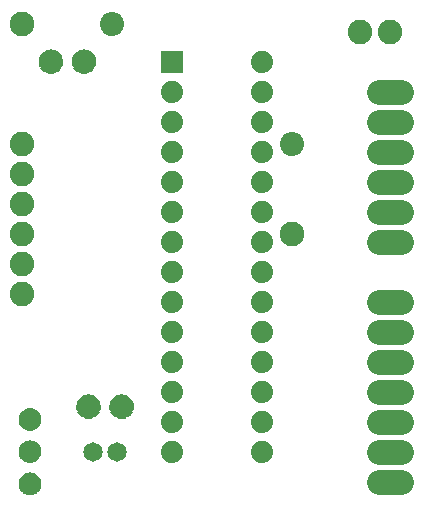
<source format=gbs>
G75*
%MOIN*%
%OFA0B0*%
%FSLAX25Y25*%
%IPPOS*%
%LPD*%
%AMOC8*
5,1,8,0,0,1.08239X$1,22.5*
%
%ADD10C,0.06500*%
%ADD11R,0.07400X0.07400*%
%ADD12C,0.07400*%
%ADD13C,0.08200*%
%ADD14C,0.08062*%
%ADD15C,0.08246*%
%ADD16C,0.08200*%
%ADD17C,0.04800*%
%ADD18C,0.00500*%
D10*
X0037063Y0026000D03*
X0044937Y0026000D03*
D11*
X0063500Y0156000D03*
D12*
X0063500Y0146000D03*
X0063500Y0136000D03*
X0063500Y0126000D03*
X0063500Y0116000D03*
X0063500Y0106000D03*
X0063500Y0096000D03*
X0063500Y0086000D03*
X0063500Y0076000D03*
X0063500Y0066000D03*
X0063500Y0056000D03*
X0063500Y0046000D03*
X0063500Y0036000D03*
X0063500Y0026000D03*
X0093500Y0026000D03*
X0093500Y0036000D03*
X0093500Y0046000D03*
X0093500Y0056000D03*
X0093500Y0066000D03*
X0093500Y0076000D03*
X0093500Y0086000D03*
X0093500Y0096000D03*
X0093500Y0106000D03*
X0093500Y0116000D03*
X0093500Y0126000D03*
X0093500Y0136000D03*
X0093500Y0146000D03*
X0093500Y0156000D03*
D13*
X0126000Y0166000D03*
X0136000Y0166000D03*
X0013500Y0128500D03*
X0013500Y0118500D03*
X0013500Y0108500D03*
X0013500Y0098500D03*
X0013500Y0088500D03*
X0013500Y0078500D03*
D14*
X0043500Y0168500D03*
X0103500Y0128500D03*
D15*
X0103500Y0098500D03*
X0013500Y0168500D03*
D16*
X0132300Y0146000D02*
X0139700Y0146000D01*
X0139700Y0136000D02*
X0132300Y0136000D01*
X0132300Y0126000D02*
X0139700Y0126000D01*
X0139700Y0116000D02*
X0132300Y0116000D01*
X0132300Y0106000D02*
X0139700Y0106000D01*
X0139700Y0096000D02*
X0132300Y0096000D01*
X0132300Y0076000D02*
X0139700Y0076000D01*
X0139700Y0066000D02*
X0132300Y0066000D01*
X0132300Y0056000D02*
X0139700Y0056000D01*
X0139700Y0046000D02*
X0132300Y0046000D01*
X0132300Y0036000D02*
X0139700Y0036000D01*
X0139700Y0026000D02*
X0132300Y0026000D01*
X0132300Y0016000D02*
X0139700Y0016000D01*
D17*
X0136000Y0016000D03*
X0136000Y0026000D03*
X0136000Y0036000D03*
X0136000Y0046000D03*
X0136000Y0056000D03*
X0136000Y0066000D03*
X0136000Y0076000D03*
D18*
X0013564Y0012808D02*
X0013135Y0013318D01*
X0012814Y0013902D01*
X0012613Y0014538D01*
X0012540Y0015200D01*
X0012602Y0015892D01*
X0012798Y0016558D01*
X0013120Y0017173D01*
X0013556Y0017713D01*
X0014088Y0018158D01*
X0014698Y0018490D01*
X0015360Y0018697D01*
X0016050Y0018770D01*
X0016731Y0018689D01*
X0017382Y0018476D01*
X0017979Y0018140D01*
X0018500Y0017694D01*
X0018923Y0017155D01*
X0019233Y0016543D01*
X0019418Y0015883D01*
X0019470Y0015200D01*
X0019392Y0014533D01*
X0019185Y0013894D01*
X0018857Y0013308D01*
X0018421Y0012797D01*
X0017894Y0012381D01*
X0017296Y0012075D01*
X0016649Y0011893D01*
X0015980Y0011840D01*
X0015316Y0011897D01*
X0014676Y0012083D01*
X0014084Y0012391D01*
X0013564Y0012808D01*
X0013432Y0012964D02*
X0018564Y0012964D01*
X0018944Y0013463D02*
X0013056Y0013463D01*
X0012795Y0013961D02*
X0019207Y0013961D01*
X0019368Y0014460D02*
X0012638Y0014460D01*
X0012567Y0014958D02*
X0019442Y0014958D01*
X0019450Y0015457D02*
X0012563Y0015457D01*
X0012621Y0015955D02*
X0019398Y0015955D01*
X0019258Y0016454D02*
X0012767Y0016454D01*
X0013005Y0016952D02*
X0019025Y0016952D01*
X0018690Y0017451D02*
X0013344Y0017451D01*
X0013839Y0017949D02*
X0018201Y0017949D01*
X0017431Y0018448D02*
X0014621Y0018448D01*
X0015299Y0022620D02*
X0014663Y0022808D01*
X0014075Y0023116D01*
X0013559Y0023534D01*
X0013134Y0024044D01*
X0012817Y0024627D01*
X0012620Y0025260D01*
X0012550Y0025920D01*
X0012615Y0026608D01*
X0012813Y0027270D01*
X0013136Y0027881D01*
X0013572Y0028417D01*
X0014104Y0028858D01*
X0014712Y0029186D01*
X0015373Y0029390D01*
X0016060Y0029460D01*
X0016729Y0029383D01*
X0017371Y0029178D01*
X0017960Y0028851D01*
X0018473Y0028415D01*
X0018892Y0027888D01*
X0019200Y0027289D01*
X0019385Y0026641D01*
X0019441Y0025970D01*
X0019368Y0025298D01*
X0019165Y0024654D01*
X0018841Y0024061D01*
X0018407Y0023544D01*
X0017880Y0023120D01*
X0017281Y0022808D01*
X0016633Y0022619D01*
X0015960Y0022560D01*
X0015299Y0022620D01*
X0014422Y0022934D02*
X0017523Y0022934D01*
X0018269Y0023433D02*
X0013684Y0023433D01*
X0013228Y0023932D02*
X0018732Y0023932D01*
X0019043Y0024430D02*
X0012924Y0024430D01*
X0012723Y0024929D02*
X0019251Y0024929D01*
X0019382Y0025427D02*
X0012603Y0025427D01*
X0012551Y0025926D02*
X0019436Y0025926D01*
X0019403Y0026424D02*
X0012598Y0026424D01*
X0012709Y0026923D02*
X0019305Y0026923D01*
X0019132Y0027421D02*
X0012893Y0027421D01*
X0013167Y0027920D02*
X0018867Y0027920D01*
X0018470Y0028418D02*
X0013573Y0028418D01*
X0014213Y0028917D02*
X0017841Y0028917D01*
X0016453Y0029415D02*
X0015621Y0029415D01*
X0015930Y0033250D02*
X0015270Y0033313D01*
X0014636Y0033503D01*
X0014050Y0033814D01*
X0013537Y0034233D01*
X0013115Y0034744D01*
X0012801Y0035327D01*
X0012607Y0035961D01*
X0012541Y0036620D01*
X0012601Y0037301D01*
X0012792Y0037956D01*
X0013108Y0038562D01*
X0013536Y0039094D01*
X0014060Y0039533D01*
X0014659Y0039861D01*
X0015311Y0040066D01*
X0015990Y0040140D01*
X0016669Y0040066D01*
X0017321Y0039862D01*
X0017920Y0039533D01*
X0018444Y0039095D01*
X0018872Y0038562D01*
X0019188Y0037957D01*
X0019380Y0037301D01*
X0019440Y0036620D01*
X0019361Y0035950D01*
X0019152Y0035309D01*
X0018822Y0034720D01*
X0018383Y0034208D01*
X0017853Y0033790D01*
X0017252Y0033484D01*
X0016603Y0033302D01*
X0015930Y0033250D01*
X0014968Y0033403D02*
X0016963Y0033403D01*
X0017995Y0033902D02*
X0013942Y0033902D01*
X0013398Y0034400D02*
X0018548Y0034400D01*
X0018922Y0034899D02*
X0013032Y0034899D01*
X0012780Y0035397D02*
X0019181Y0035397D01*
X0019343Y0035896D02*
X0012627Y0035896D01*
X0012563Y0036394D02*
X0019413Y0036394D01*
X0019416Y0036893D02*
X0012565Y0036893D01*
X0012627Y0037391D02*
X0019354Y0037391D01*
X0019208Y0037890D02*
X0012773Y0037890D01*
X0013018Y0038388D02*
X0018963Y0038388D01*
X0018611Y0038887D02*
X0013369Y0038887D01*
X0013883Y0039385D02*
X0018097Y0039385D01*
X0017250Y0039884D02*
X0014731Y0039884D01*
X0031770Y0041080D02*
X0031848Y0041800D01*
X0032066Y0042490D01*
X0032414Y0043124D01*
X0032879Y0043678D01*
X0033443Y0044131D01*
X0034085Y0044465D01*
X0034779Y0044667D01*
X0035500Y0044730D01*
X0036225Y0044669D01*
X0036923Y0044467D01*
X0037569Y0044133D01*
X0038138Y0043679D01*
X0038607Y0043123D01*
X0038958Y0042486D01*
X0039178Y0041793D01*
X0039259Y0041070D01*
X0039210Y0040410D01*
X0039046Y0039769D01*
X0038774Y0039166D01*
X0038401Y0038620D01*
X0037939Y0038147D01*
X0037401Y0037761D01*
X0036805Y0037474D01*
X0036168Y0037295D01*
X0035510Y0037230D01*
X0034852Y0037297D01*
X0034215Y0037478D01*
X0033620Y0037766D01*
X0033083Y0038153D01*
X0032622Y0038628D01*
X0032251Y0039175D01*
X0031980Y0039779D01*
X0031818Y0040420D01*
X0031770Y0041080D01*
X0031784Y0040881D02*
X0039245Y0040881D01*
X0039225Y0041379D02*
X0031802Y0041379D01*
X0031873Y0041878D02*
X0039151Y0041878D01*
X0038993Y0042376D02*
X0032030Y0042376D01*
X0032277Y0042875D02*
X0038743Y0042875D01*
X0038395Y0043373D02*
X0032623Y0043373D01*
X0033120Y0043872D02*
X0037896Y0043872D01*
X0037110Y0044370D02*
X0033903Y0044370D01*
X0031827Y0040382D02*
X0039203Y0040382D01*
X0039075Y0039884D02*
X0031953Y0039884D01*
X0032156Y0039385D02*
X0038873Y0039385D01*
X0038583Y0038887D02*
X0032446Y0038887D01*
X0032855Y0038388D02*
X0038175Y0038388D01*
X0037581Y0037890D02*
X0033448Y0037890D01*
X0034520Y0037391D02*
X0036510Y0037391D01*
X0043000Y0039779D02*
X0042838Y0040420D01*
X0042790Y0041080D01*
X0042868Y0041800D01*
X0043086Y0042490D01*
X0043434Y0043124D01*
X0043899Y0043678D01*
X0044463Y0044131D01*
X0045105Y0044465D01*
X0045799Y0044667D01*
X0046520Y0044730D01*
X0047245Y0044669D01*
X0047944Y0044467D01*
X0048590Y0044133D01*
X0049158Y0043679D01*
X0049627Y0043123D01*
X0049978Y0042486D01*
X0050199Y0041793D01*
X0050280Y0041070D01*
X0050230Y0040410D01*
X0050066Y0039769D01*
X0049794Y0039166D01*
X0049421Y0038620D01*
X0048959Y0038147D01*
X0048421Y0037761D01*
X0047825Y0037474D01*
X0047188Y0037295D01*
X0046530Y0037230D01*
X0045872Y0037297D01*
X0045235Y0037478D01*
X0044640Y0037766D01*
X0044103Y0038153D01*
X0043642Y0038628D01*
X0043271Y0039175D01*
X0043000Y0039779D01*
X0042973Y0039884D02*
X0050095Y0039884D01*
X0050223Y0040382D02*
X0042847Y0040382D01*
X0042804Y0040881D02*
X0050265Y0040881D01*
X0050245Y0041379D02*
X0042822Y0041379D01*
X0042893Y0041878D02*
X0050172Y0041878D01*
X0050013Y0042376D02*
X0043050Y0042376D01*
X0043297Y0042875D02*
X0049764Y0042875D01*
X0049415Y0043373D02*
X0043643Y0043373D01*
X0044140Y0043872D02*
X0048916Y0043872D01*
X0048130Y0044370D02*
X0044923Y0044370D01*
X0043176Y0039385D02*
X0049893Y0039385D01*
X0049603Y0038887D02*
X0043466Y0038887D01*
X0043875Y0038388D02*
X0049195Y0038388D01*
X0048601Y0037890D02*
X0044468Y0037890D01*
X0045540Y0037391D02*
X0047530Y0037391D01*
X0018002Y0012466D02*
X0013991Y0012466D01*
X0015075Y0011967D02*
X0016913Y0011967D01*
X0022980Y0152270D02*
X0023701Y0152333D01*
X0024395Y0152535D01*
X0025037Y0152869D01*
X0025601Y0153322D01*
X0026066Y0153876D01*
X0026414Y0154510D01*
X0026632Y0155200D01*
X0026710Y0155920D01*
X0026662Y0156580D01*
X0026500Y0157221D01*
X0026229Y0157825D01*
X0025858Y0158372D01*
X0025397Y0158847D01*
X0024860Y0159234D01*
X0024265Y0159522D01*
X0023628Y0159703D01*
X0022970Y0159770D01*
X0022312Y0159705D01*
X0021675Y0159526D01*
X0021079Y0159239D01*
X0020541Y0158853D01*
X0020079Y0158380D01*
X0019706Y0157834D01*
X0019434Y0157231D01*
X0019270Y0156590D01*
X0019220Y0155930D01*
X0019301Y0155207D01*
X0019522Y0154514D01*
X0019873Y0153877D01*
X0020342Y0153321D01*
X0020910Y0152867D01*
X0021556Y0152533D01*
X0022255Y0152331D01*
X0022980Y0152270D01*
X0024419Y0152547D02*
X0021529Y0152547D01*
X0020687Y0153046D02*
X0025257Y0153046D01*
X0025788Y0153544D02*
X0020154Y0153544D01*
X0019782Y0154043D02*
X0026158Y0154043D01*
X0026424Y0154541D02*
X0019513Y0154541D01*
X0019355Y0155040D02*
X0026581Y0155040D01*
X0026669Y0155539D02*
X0019264Y0155539D01*
X0019229Y0156037D02*
X0026702Y0156037D01*
X0026665Y0156536D02*
X0019266Y0156536D01*
X0019384Y0157034D02*
X0026547Y0157034D01*
X0026360Y0157533D02*
X0019570Y0157533D01*
X0019841Y0158031D02*
X0026089Y0158031D01*
X0025705Y0158530D02*
X0020225Y0158530D01*
X0020785Y0159028D02*
X0025146Y0159028D01*
X0024250Y0159527D02*
X0021678Y0159527D01*
X0030454Y0157231D02*
X0030726Y0157834D01*
X0031099Y0158380D01*
X0031561Y0158853D01*
X0032099Y0159239D01*
X0032695Y0159526D01*
X0033332Y0159705D01*
X0033990Y0159770D01*
X0034648Y0159703D01*
X0035285Y0159522D01*
X0035880Y0159234D01*
X0036417Y0158847D01*
X0036878Y0158372D01*
X0037249Y0157825D01*
X0037520Y0157221D01*
X0037682Y0156580D01*
X0037730Y0155920D01*
X0037652Y0155200D01*
X0037434Y0154510D01*
X0037086Y0153876D01*
X0036621Y0153322D01*
X0036057Y0152869D01*
X0035415Y0152535D01*
X0034721Y0152333D01*
X0034000Y0152270D01*
X0033275Y0152331D01*
X0032577Y0152533D01*
X0031931Y0152867D01*
X0031362Y0153321D01*
X0030893Y0153877D01*
X0030542Y0154514D01*
X0030322Y0155207D01*
X0030241Y0155930D01*
X0030290Y0156590D01*
X0030454Y0157231D01*
X0030404Y0157034D02*
X0037567Y0157034D01*
X0037685Y0156536D02*
X0030286Y0156536D01*
X0030249Y0156037D02*
X0037722Y0156037D01*
X0037689Y0155539D02*
X0030284Y0155539D01*
X0030375Y0155040D02*
X0037601Y0155040D01*
X0037444Y0154541D02*
X0030533Y0154541D01*
X0030802Y0154043D02*
X0037178Y0154043D01*
X0036808Y0153544D02*
X0031174Y0153544D01*
X0031707Y0153046D02*
X0036278Y0153046D01*
X0035439Y0152547D02*
X0032549Y0152547D01*
X0030590Y0157533D02*
X0037381Y0157533D01*
X0037109Y0158031D02*
X0030861Y0158031D01*
X0031245Y0158530D02*
X0036725Y0158530D01*
X0036166Y0159028D02*
X0031805Y0159028D01*
X0032698Y0159527D02*
X0035270Y0159527D01*
M02*

</source>
